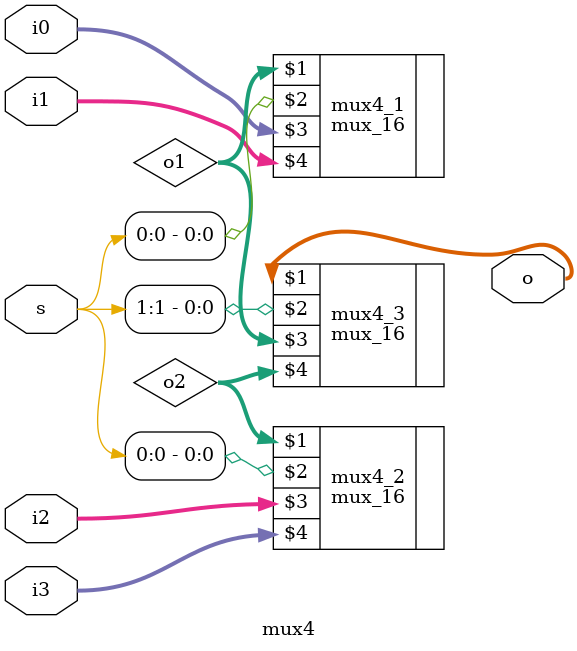
<source format=v>
module mux4(output [15:0] o, input [1:0] s, input [15:0] i0, i1, i2, i3);

wire [15:0] o1, o2;

mux_16 mux4_1(o1, s[0], i0, i1);
mux_16 mux4_2(o2, s[0], i2, i3);
mux_16 mux4_3(o, s[1], o1, o2);

endmodule
</source>
